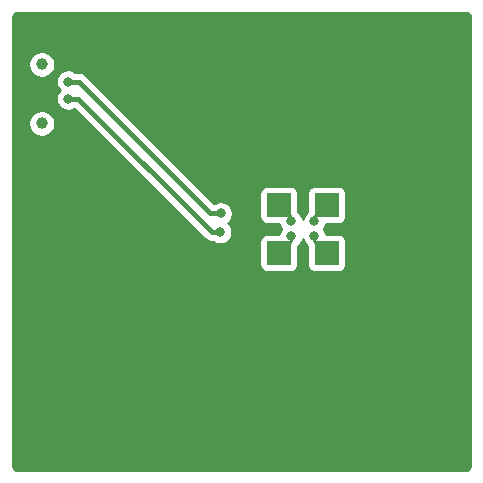
<source format=gbr>
G04 #@! TF.GenerationSoftware,KiCad,Pcbnew,5.1.4*
G04 #@! TF.CreationDate,2019-09-01T13:26:14+02:00*
G04 #@! TF.ProjectId,kroneum,6b726f6e-6575-46d2-9e6b-696361645f70,rev?*
G04 #@! TF.SameCoordinates,PX9eae8f0PY7ec80e0*
G04 #@! TF.FileFunction,Copper,L2,Bot*
G04 #@! TF.FilePolarity,Positive*
%FSLAX46Y46*%
G04 Gerber Fmt 4.6, Leading zero omitted, Abs format (unit mm)*
G04 Created by KiCad (PCBNEW 5.1.4) date 2019-09-01 13:26:14*
%MOMM*%
%LPD*%
G04 APERTURE LIST*
G04 #@! TA.AperFunction,WasherPad*
%ADD10C,1.000000*%
G04 #@! TD*
G04 #@! TA.AperFunction,SMDPad,CuDef*
%ADD11R,2.000000X2.000000*%
G04 #@! TD*
G04 #@! TA.AperFunction,ViaPad*
%ADD12C,0.800000*%
G04 #@! TD*
G04 #@! TA.AperFunction,Conductor*
%ADD13C,0.406400*%
G04 #@! TD*
G04 #@! TA.AperFunction,Conductor*
%ADD14C,0.250000*%
G04 #@! TD*
G04 #@! TA.AperFunction,Conductor*
%ADD15C,0.254000*%
G04 #@! TD*
G04 APERTURE END LIST*
D10*
G04 #@! TO.P,J1,*
G04 #@! TO.N,*
X-36902500Y29990000D03*
X-36902500Y34990000D03*
G04 #@! TD*
D11*
G04 #@! TO.P,TP4,1*
G04 #@! TO.N,SWDIO*
X-16840000Y23065000D03*
G04 #@! TD*
G04 #@! TO.P,TP3,1*
G04 #@! TO.N,SWCLK*
X-16840000Y19015000D03*
G04 #@! TD*
G04 #@! TO.P,TP2,1*
G04 #@! TO.N,SCL*
X-12790000Y23065000D03*
G04 #@! TD*
G04 #@! TO.P,TP1,1*
G04 #@! TO.N,SDA*
X-12790000Y19015000D03*
G04 #@! TD*
D12*
G04 #@! TO.N,GND*
X-38862000Y27482800D03*
X-31913600Y12993600D03*
X-22553000Y34690000D03*
X-19939000Y28600400D03*
X-23012400Y1930400D03*
X-21158200Y10464800D03*
X-38887400Y37312600D03*
G04 #@! TO.N,USB_D-*
X-34671000Y33528000D03*
X-21742400Y22377400D03*
G04 #@! TO.N,USB_D+*
X-34671000Y32080200D03*
X-21793196Y20777200D03*
G04 #@! TO.N,SWDIO*
X-15815000Y21690000D03*
G04 #@! TO.N,SWCLK*
X-15815000Y20415000D03*
G04 #@! TO.N,SDA*
X-13815000Y20415000D03*
G04 #@! TO.N,SCL*
X-13815000Y21690000D03*
G04 #@! TD*
D13*
G04 #@! TO.N,USB_D-*
X-22308085Y22377400D02*
X-21742400Y22377400D01*
X-22631400Y22377400D02*
X-22308085Y22377400D01*
X-34671000Y33528000D02*
X-33782000Y33528000D01*
X-33782000Y33528000D02*
X-22631400Y22377400D01*
G04 #@! TO.N,USB_D+*
X-22358881Y20777200D02*
X-21793196Y20777200D01*
X-34671000Y32080200D02*
X-33832800Y32080200D01*
X-22529800Y20777200D02*
X-22358881Y20777200D01*
X-33832800Y32080200D02*
X-22529800Y20777200D01*
D14*
G04 #@! TO.N,SWDIO*
X-15815000Y22040000D02*
X-16840000Y23065000D01*
X-15815000Y21690000D02*
X-15815000Y22040000D01*
G04 #@! TO.N,SWCLK*
X-15815000Y20040000D02*
X-16840000Y19015000D01*
X-15815000Y20415000D02*
X-15815000Y20040000D01*
G04 #@! TO.N,SDA*
X-13815000Y20040000D02*
X-12790000Y19015000D01*
X-13815000Y20415000D02*
X-13815000Y20040000D01*
G04 #@! TO.N,SCL*
X-13815000Y22040000D02*
X-12790000Y23065000D01*
X-13815000Y21690000D02*
X-13815000Y22040000D01*
G04 #@! TD*
D15*
G04 #@! TO.N,GND*
G36*
X-923012Y39328305D02*
G01*
X-858581Y39308852D01*
X-799150Y39277252D01*
X-746989Y39234711D01*
X-704087Y39182851D01*
X-672075Y39123645D01*
X-652170Y39059344D01*
X-642000Y38962583D01*
X-641999Y1021896D01*
X-651695Y923014D01*
X-671148Y858580D01*
X-702748Y799150D01*
X-745287Y746991D01*
X-797151Y704085D01*
X-856352Y672076D01*
X-920656Y652170D01*
X-1017417Y642000D01*
X-38958114Y642000D01*
X-39056986Y651695D01*
X-39121420Y671148D01*
X-39180850Y702748D01*
X-39233009Y745287D01*
X-39275915Y797151D01*
X-39307924Y856352D01*
X-39327830Y920656D01*
X-39338000Y1017417D01*
X-39338000Y30101000D01*
X-38029500Y30101000D01*
X-38029500Y29879000D01*
X-37986190Y29661266D01*
X-37901234Y29456165D01*
X-37777898Y29271579D01*
X-37620921Y29114602D01*
X-37436335Y28991266D01*
X-37231234Y28906310D01*
X-37013500Y28863000D01*
X-36791500Y28863000D01*
X-36573766Y28906310D01*
X-36368665Y28991266D01*
X-36184079Y29114602D01*
X-36027102Y29271579D01*
X-35903766Y29456165D01*
X-35818810Y29661266D01*
X-35775500Y29879000D01*
X-35775500Y30101000D01*
X-35818810Y30318734D01*
X-35903766Y30523835D01*
X-36027102Y30708421D01*
X-36184079Y30865398D01*
X-36368665Y30988734D01*
X-36573766Y31073690D01*
X-36791500Y31117000D01*
X-37013500Y31117000D01*
X-37231234Y31073690D01*
X-37436335Y30988734D01*
X-37620921Y30865398D01*
X-37777898Y30708421D01*
X-37901234Y30523835D01*
X-37986190Y30318734D01*
X-38029500Y30101000D01*
X-39338000Y30101000D01*
X-39338000Y33629151D01*
X-35698000Y33629151D01*
X-35698000Y33426849D01*
X-35658533Y33228435D01*
X-35581115Y33041533D01*
X-35468723Y32873326D01*
X-35399497Y32804100D01*
X-35468723Y32734874D01*
X-35581115Y32566667D01*
X-35658533Y32379765D01*
X-35698000Y32181351D01*
X-35698000Y31979049D01*
X-35658533Y31780635D01*
X-35581115Y31593733D01*
X-35468723Y31425526D01*
X-35325674Y31282477D01*
X-35157467Y31170085D01*
X-34970565Y31092667D01*
X-34772151Y31053200D01*
X-34569849Y31053200D01*
X-34371435Y31092667D01*
X-34184533Y31170085D01*
X-34131920Y31205240D01*
X-23145675Y20218995D01*
X-23119680Y20187320D01*
X-22993266Y20083575D01*
X-22849041Y20006485D01*
X-22692547Y19959013D01*
X-22570576Y19947000D01*
X-22570573Y19947000D01*
X-22529800Y19942984D01*
X-22489027Y19947000D01*
X-22399265Y19947000D01*
X-22279663Y19867085D01*
X-22092761Y19789667D01*
X-21894347Y19750200D01*
X-21692045Y19750200D01*
X-21493631Y19789667D01*
X-21306729Y19867085D01*
X-21138522Y19979477D01*
X-20995473Y20122526D01*
X-20883081Y20290733D01*
X-20805663Y20477635D01*
X-20766196Y20676049D01*
X-20766196Y20878351D01*
X-20805663Y21076765D01*
X-20883081Y21263667D01*
X-20995473Y21431874D01*
X-21121026Y21557427D01*
X-21087726Y21579677D01*
X-20944677Y21722726D01*
X-20832285Y21890933D01*
X-20754867Y22077835D01*
X-20715400Y22276249D01*
X-20715400Y22478551D01*
X-20754867Y22676965D01*
X-20832285Y22863867D01*
X-20944677Y23032074D01*
X-21087726Y23175123D01*
X-21255933Y23287515D01*
X-21442835Y23364933D01*
X-21641249Y23404400D01*
X-21843551Y23404400D01*
X-22041965Y23364933D01*
X-22228867Y23287515D01*
X-22311933Y23232013D01*
X-23144920Y24065000D01*
X-18470033Y24065000D01*
X-18470033Y22065000D01*
X-18457927Y21942087D01*
X-18422075Y21823897D01*
X-18363853Y21714972D01*
X-18285501Y21619499D01*
X-18190028Y21541147D01*
X-18081103Y21482925D01*
X-17962913Y21447073D01*
X-17840000Y21434967D01*
X-16811391Y21434967D01*
X-16802533Y21390435D01*
X-16725115Y21203533D01*
X-16624198Y21052500D01*
X-16725115Y20901467D01*
X-16802533Y20714565D01*
X-16816364Y20645033D01*
X-17840000Y20645033D01*
X-17962913Y20632927D01*
X-18081103Y20597075D01*
X-18190028Y20538853D01*
X-18285501Y20460501D01*
X-18363853Y20365028D01*
X-18422075Y20256103D01*
X-18457927Y20137913D01*
X-18470033Y20015000D01*
X-18470033Y18015000D01*
X-18457927Y17892087D01*
X-18422075Y17773897D01*
X-18363853Y17664972D01*
X-18285501Y17569499D01*
X-18190028Y17491147D01*
X-18081103Y17432925D01*
X-17962913Y17397073D01*
X-17840000Y17384967D01*
X-15840000Y17384967D01*
X-15717087Y17397073D01*
X-15598897Y17432925D01*
X-15489972Y17491147D01*
X-15394499Y17569499D01*
X-15316147Y17664972D01*
X-15257925Y17773897D01*
X-15222073Y17892087D01*
X-15209967Y18015000D01*
X-15209967Y19584108D01*
X-15160326Y19617277D01*
X-15017277Y19760326D01*
X-14904885Y19928533D01*
X-14827467Y20115435D01*
X-14815000Y20178111D01*
X-14802533Y20115435D01*
X-14725115Y19928533D01*
X-14612723Y19760326D01*
X-14469674Y19617277D01*
X-14420033Y19584108D01*
X-14420033Y18015000D01*
X-14407927Y17892087D01*
X-14372075Y17773897D01*
X-14313853Y17664972D01*
X-14235501Y17569499D01*
X-14140028Y17491147D01*
X-14031103Y17432925D01*
X-13912913Y17397073D01*
X-13790000Y17384967D01*
X-11790000Y17384967D01*
X-11667087Y17397073D01*
X-11548897Y17432925D01*
X-11439972Y17491147D01*
X-11344499Y17569499D01*
X-11266147Y17664972D01*
X-11207925Y17773897D01*
X-11172073Y17892087D01*
X-11159967Y18015000D01*
X-11159967Y20015000D01*
X-11172073Y20137913D01*
X-11207925Y20256103D01*
X-11266147Y20365028D01*
X-11344499Y20460501D01*
X-11439972Y20538853D01*
X-11548897Y20597075D01*
X-11667087Y20632927D01*
X-11790000Y20645033D01*
X-12813636Y20645033D01*
X-12827467Y20714565D01*
X-12904885Y20901467D01*
X-13005802Y21052500D01*
X-12904885Y21203533D01*
X-12827467Y21390435D01*
X-12818609Y21434967D01*
X-11790000Y21434967D01*
X-11667087Y21447073D01*
X-11548897Y21482925D01*
X-11439972Y21541147D01*
X-11344499Y21619499D01*
X-11266147Y21714972D01*
X-11207925Y21823897D01*
X-11172073Y21942087D01*
X-11159967Y22065000D01*
X-11159967Y24065000D01*
X-11172073Y24187913D01*
X-11207925Y24306103D01*
X-11266147Y24415028D01*
X-11344499Y24510501D01*
X-11439972Y24588853D01*
X-11548897Y24647075D01*
X-11667087Y24682927D01*
X-11790000Y24695033D01*
X-13790000Y24695033D01*
X-13912913Y24682927D01*
X-14031103Y24647075D01*
X-14140028Y24588853D01*
X-14235501Y24510501D01*
X-14313853Y24415028D01*
X-14372075Y24306103D01*
X-14407927Y24187913D01*
X-14420033Y24065000D01*
X-14420033Y22520892D01*
X-14469674Y22487723D01*
X-14612723Y22344674D01*
X-14725115Y22176467D01*
X-14802533Y21989565D01*
X-14815000Y21926889D01*
X-14827467Y21989565D01*
X-14904885Y22176467D01*
X-15017277Y22344674D01*
X-15160326Y22487723D01*
X-15209967Y22520892D01*
X-15209967Y24065000D01*
X-15222073Y24187913D01*
X-15257925Y24306103D01*
X-15316147Y24415028D01*
X-15394499Y24510501D01*
X-15489972Y24588853D01*
X-15598897Y24647075D01*
X-15717087Y24682927D01*
X-15840000Y24695033D01*
X-17840000Y24695033D01*
X-17962913Y24682927D01*
X-18081103Y24647075D01*
X-18190028Y24588853D01*
X-18285501Y24510501D01*
X-18363853Y24415028D01*
X-18422075Y24306103D01*
X-18457927Y24187913D01*
X-18470033Y24065000D01*
X-23144920Y24065000D01*
X-33166125Y34086205D01*
X-33192120Y34117880D01*
X-33318534Y34221625D01*
X-33462759Y34298715D01*
X-33619253Y34346187D01*
X-33741224Y34358200D01*
X-33741227Y34358200D01*
X-33782000Y34362216D01*
X-33822773Y34358200D01*
X-34064931Y34358200D01*
X-34184533Y34438115D01*
X-34371435Y34515533D01*
X-34569849Y34555000D01*
X-34772151Y34555000D01*
X-34970565Y34515533D01*
X-35157467Y34438115D01*
X-35325674Y34325723D01*
X-35468723Y34182674D01*
X-35581115Y34014467D01*
X-35658533Y33827565D01*
X-35698000Y33629151D01*
X-39338000Y33629151D01*
X-39338000Y35101000D01*
X-38029500Y35101000D01*
X-38029500Y34879000D01*
X-37986190Y34661266D01*
X-37901234Y34456165D01*
X-37777898Y34271579D01*
X-37620921Y34114602D01*
X-37436335Y33991266D01*
X-37231234Y33906310D01*
X-37013500Y33863000D01*
X-36791500Y33863000D01*
X-36573766Y33906310D01*
X-36368665Y33991266D01*
X-36184079Y34114602D01*
X-36027102Y34271579D01*
X-35903766Y34456165D01*
X-35818810Y34661266D01*
X-35775500Y34879000D01*
X-35775500Y35101000D01*
X-35818810Y35318734D01*
X-35903766Y35523835D01*
X-36027102Y35708421D01*
X-36184079Y35865398D01*
X-36368665Y35988734D01*
X-36573766Y36073690D01*
X-36791500Y36117000D01*
X-37013500Y36117000D01*
X-37231234Y36073690D01*
X-37436335Y35988734D01*
X-37620921Y35865398D01*
X-37777898Y35708421D01*
X-37901234Y35523835D01*
X-37986190Y35318734D01*
X-38029500Y35101000D01*
X-39338000Y35101000D01*
X-39338000Y38958113D01*
X-39328305Y39056988D01*
X-39308852Y39121419D01*
X-39277252Y39180850D01*
X-39234711Y39233011D01*
X-39182851Y39275913D01*
X-39123645Y39307925D01*
X-39059344Y39327830D01*
X-38962583Y39338000D01*
X-1021887Y39338000D01*
X-923012Y39328305D01*
X-923012Y39328305D01*
G37*
X-923012Y39328305D02*
X-858581Y39308852D01*
X-799150Y39277252D01*
X-746989Y39234711D01*
X-704087Y39182851D01*
X-672075Y39123645D01*
X-652170Y39059344D01*
X-642000Y38962583D01*
X-641999Y1021896D01*
X-651695Y923014D01*
X-671148Y858580D01*
X-702748Y799150D01*
X-745287Y746991D01*
X-797151Y704085D01*
X-856352Y672076D01*
X-920656Y652170D01*
X-1017417Y642000D01*
X-38958114Y642000D01*
X-39056986Y651695D01*
X-39121420Y671148D01*
X-39180850Y702748D01*
X-39233009Y745287D01*
X-39275915Y797151D01*
X-39307924Y856352D01*
X-39327830Y920656D01*
X-39338000Y1017417D01*
X-39338000Y30101000D01*
X-38029500Y30101000D01*
X-38029500Y29879000D01*
X-37986190Y29661266D01*
X-37901234Y29456165D01*
X-37777898Y29271579D01*
X-37620921Y29114602D01*
X-37436335Y28991266D01*
X-37231234Y28906310D01*
X-37013500Y28863000D01*
X-36791500Y28863000D01*
X-36573766Y28906310D01*
X-36368665Y28991266D01*
X-36184079Y29114602D01*
X-36027102Y29271579D01*
X-35903766Y29456165D01*
X-35818810Y29661266D01*
X-35775500Y29879000D01*
X-35775500Y30101000D01*
X-35818810Y30318734D01*
X-35903766Y30523835D01*
X-36027102Y30708421D01*
X-36184079Y30865398D01*
X-36368665Y30988734D01*
X-36573766Y31073690D01*
X-36791500Y31117000D01*
X-37013500Y31117000D01*
X-37231234Y31073690D01*
X-37436335Y30988734D01*
X-37620921Y30865398D01*
X-37777898Y30708421D01*
X-37901234Y30523835D01*
X-37986190Y30318734D01*
X-38029500Y30101000D01*
X-39338000Y30101000D01*
X-39338000Y33629151D01*
X-35698000Y33629151D01*
X-35698000Y33426849D01*
X-35658533Y33228435D01*
X-35581115Y33041533D01*
X-35468723Y32873326D01*
X-35399497Y32804100D01*
X-35468723Y32734874D01*
X-35581115Y32566667D01*
X-35658533Y32379765D01*
X-35698000Y32181351D01*
X-35698000Y31979049D01*
X-35658533Y31780635D01*
X-35581115Y31593733D01*
X-35468723Y31425526D01*
X-35325674Y31282477D01*
X-35157467Y31170085D01*
X-34970565Y31092667D01*
X-34772151Y31053200D01*
X-34569849Y31053200D01*
X-34371435Y31092667D01*
X-34184533Y31170085D01*
X-34131920Y31205240D01*
X-23145675Y20218995D01*
X-23119680Y20187320D01*
X-22993266Y20083575D01*
X-22849041Y20006485D01*
X-22692547Y19959013D01*
X-22570576Y19947000D01*
X-22570573Y19947000D01*
X-22529800Y19942984D01*
X-22489027Y19947000D01*
X-22399265Y19947000D01*
X-22279663Y19867085D01*
X-22092761Y19789667D01*
X-21894347Y19750200D01*
X-21692045Y19750200D01*
X-21493631Y19789667D01*
X-21306729Y19867085D01*
X-21138522Y19979477D01*
X-20995473Y20122526D01*
X-20883081Y20290733D01*
X-20805663Y20477635D01*
X-20766196Y20676049D01*
X-20766196Y20878351D01*
X-20805663Y21076765D01*
X-20883081Y21263667D01*
X-20995473Y21431874D01*
X-21121026Y21557427D01*
X-21087726Y21579677D01*
X-20944677Y21722726D01*
X-20832285Y21890933D01*
X-20754867Y22077835D01*
X-20715400Y22276249D01*
X-20715400Y22478551D01*
X-20754867Y22676965D01*
X-20832285Y22863867D01*
X-20944677Y23032074D01*
X-21087726Y23175123D01*
X-21255933Y23287515D01*
X-21442835Y23364933D01*
X-21641249Y23404400D01*
X-21843551Y23404400D01*
X-22041965Y23364933D01*
X-22228867Y23287515D01*
X-22311933Y23232013D01*
X-23144920Y24065000D01*
X-18470033Y24065000D01*
X-18470033Y22065000D01*
X-18457927Y21942087D01*
X-18422075Y21823897D01*
X-18363853Y21714972D01*
X-18285501Y21619499D01*
X-18190028Y21541147D01*
X-18081103Y21482925D01*
X-17962913Y21447073D01*
X-17840000Y21434967D01*
X-16811391Y21434967D01*
X-16802533Y21390435D01*
X-16725115Y21203533D01*
X-16624198Y21052500D01*
X-16725115Y20901467D01*
X-16802533Y20714565D01*
X-16816364Y20645033D01*
X-17840000Y20645033D01*
X-17962913Y20632927D01*
X-18081103Y20597075D01*
X-18190028Y20538853D01*
X-18285501Y20460501D01*
X-18363853Y20365028D01*
X-18422075Y20256103D01*
X-18457927Y20137913D01*
X-18470033Y20015000D01*
X-18470033Y18015000D01*
X-18457927Y17892087D01*
X-18422075Y17773897D01*
X-18363853Y17664972D01*
X-18285501Y17569499D01*
X-18190028Y17491147D01*
X-18081103Y17432925D01*
X-17962913Y17397073D01*
X-17840000Y17384967D01*
X-15840000Y17384967D01*
X-15717087Y17397073D01*
X-15598897Y17432925D01*
X-15489972Y17491147D01*
X-15394499Y17569499D01*
X-15316147Y17664972D01*
X-15257925Y17773897D01*
X-15222073Y17892087D01*
X-15209967Y18015000D01*
X-15209967Y19584108D01*
X-15160326Y19617277D01*
X-15017277Y19760326D01*
X-14904885Y19928533D01*
X-14827467Y20115435D01*
X-14815000Y20178111D01*
X-14802533Y20115435D01*
X-14725115Y19928533D01*
X-14612723Y19760326D01*
X-14469674Y19617277D01*
X-14420033Y19584108D01*
X-14420033Y18015000D01*
X-14407927Y17892087D01*
X-14372075Y17773897D01*
X-14313853Y17664972D01*
X-14235501Y17569499D01*
X-14140028Y17491147D01*
X-14031103Y17432925D01*
X-13912913Y17397073D01*
X-13790000Y17384967D01*
X-11790000Y17384967D01*
X-11667087Y17397073D01*
X-11548897Y17432925D01*
X-11439972Y17491147D01*
X-11344499Y17569499D01*
X-11266147Y17664972D01*
X-11207925Y17773897D01*
X-11172073Y17892087D01*
X-11159967Y18015000D01*
X-11159967Y20015000D01*
X-11172073Y20137913D01*
X-11207925Y20256103D01*
X-11266147Y20365028D01*
X-11344499Y20460501D01*
X-11439972Y20538853D01*
X-11548897Y20597075D01*
X-11667087Y20632927D01*
X-11790000Y20645033D01*
X-12813636Y20645033D01*
X-12827467Y20714565D01*
X-12904885Y20901467D01*
X-13005802Y21052500D01*
X-12904885Y21203533D01*
X-12827467Y21390435D01*
X-12818609Y21434967D01*
X-11790000Y21434967D01*
X-11667087Y21447073D01*
X-11548897Y21482925D01*
X-11439972Y21541147D01*
X-11344499Y21619499D01*
X-11266147Y21714972D01*
X-11207925Y21823897D01*
X-11172073Y21942087D01*
X-11159967Y22065000D01*
X-11159967Y24065000D01*
X-11172073Y24187913D01*
X-11207925Y24306103D01*
X-11266147Y24415028D01*
X-11344499Y24510501D01*
X-11439972Y24588853D01*
X-11548897Y24647075D01*
X-11667087Y24682927D01*
X-11790000Y24695033D01*
X-13790000Y24695033D01*
X-13912913Y24682927D01*
X-14031103Y24647075D01*
X-14140028Y24588853D01*
X-14235501Y24510501D01*
X-14313853Y24415028D01*
X-14372075Y24306103D01*
X-14407927Y24187913D01*
X-14420033Y24065000D01*
X-14420033Y22520892D01*
X-14469674Y22487723D01*
X-14612723Y22344674D01*
X-14725115Y22176467D01*
X-14802533Y21989565D01*
X-14815000Y21926889D01*
X-14827467Y21989565D01*
X-14904885Y22176467D01*
X-15017277Y22344674D01*
X-15160326Y22487723D01*
X-15209967Y22520892D01*
X-15209967Y24065000D01*
X-15222073Y24187913D01*
X-15257925Y24306103D01*
X-15316147Y24415028D01*
X-15394499Y24510501D01*
X-15489972Y24588853D01*
X-15598897Y24647075D01*
X-15717087Y24682927D01*
X-15840000Y24695033D01*
X-17840000Y24695033D01*
X-17962913Y24682927D01*
X-18081103Y24647075D01*
X-18190028Y24588853D01*
X-18285501Y24510501D01*
X-18363853Y24415028D01*
X-18422075Y24306103D01*
X-18457927Y24187913D01*
X-18470033Y24065000D01*
X-23144920Y24065000D01*
X-33166125Y34086205D01*
X-33192120Y34117880D01*
X-33318534Y34221625D01*
X-33462759Y34298715D01*
X-33619253Y34346187D01*
X-33741224Y34358200D01*
X-33741227Y34358200D01*
X-33782000Y34362216D01*
X-33822773Y34358200D01*
X-34064931Y34358200D01*
X-34184533Y34438115D01*
X-34371435Y34515533D01*
X-34569849Y34555000D01*
X-34772151Y34555000D01*
X-34970565Y34515533D01*
X-35157467Y34438115D01*
X-35325674Y34325723D01*
X-35468723Y34182674D01*
X-35581115Y34014467D01*
X-35658533Y33827565D01*
X-35698000Y33629151D01*
X-39338000Y33629151D01*
X-39338000Y35101000D01*
X-38029500Y35101000D01*
X-38029500Y34879000D01*
X-37986190Y34661266D01*
X-37901234Y34456165D01*
X-37777898Y34271579D01*
X-37620921Y34114602D01*
X-37436335Y33991266D01*
X-37231234Y33906310D01*
X-37013500Y33863000D01*
X-36791500Y33863000D01*
X-36573766Y33906310D01*
X-36368665Y33991266D01*
X-36184079Y34114602D01*
X-36027102Y34271579D01*
X-35903766Y34456165D01*
X-35818810Y34661266D01*
X-35775500Y34879000D01*
X-35775500Y35101000D01*
X-35818810Y35318734D01*
X-35903766Y35523835D01*
X-36027102Y35708421D01*
X-36184079Y35865398D01*
X-36368665Y35988734D01*
X-36573766Y36073690D01*
X-36791500Y36117000D01*
X-37013500Y36117000D01*
X-37231234Y36073690D01*
X-37436335Y35988734D01*
X-37620921Y35865398D01*
X-37777898Y35708421D01*
X-37901234Y35523835D01*
X-37986190Y35318734D01*
X-38029500Y35101000D01*
X-39338000Y35101000D01*
X-39338000Y38958113D01*
X-39328305Y39056988D01*
X-39308852Y39121419D01*
X-39277252Y39180850D01*
X-39234711Y39233011D01*
X-39182851Y39275913D01*
X-39123645Y39307925D01*
X-39059344Y39327830D01*
X-38962583Y39338000D01*
X-1021887Y39338000D01*
X-923012Y39328305D01*
G04 #@! TD*
M02*

</source>
